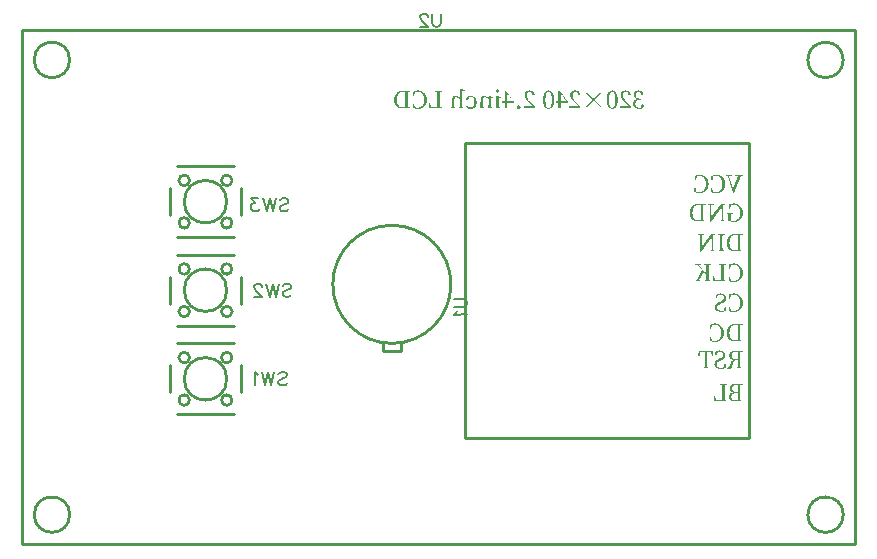
<source format=gbo>
G04 Layer: BottomSilkscreenLayer*
G04 EasyEDA v6.5.48, 2025-02-15 11:51:11*
G04 2cfd3feb97a147399bdab27a3ee501b3,839f2ca7e4414f50b7487098226930c6,10*
G04 Gerber Generator version 0.2*
G04 Scale: 100 percent, Rotated: No, Reflected: No *
G04 Dimensions in millimeters *
G04 leading zeros omitted , absolute positions ,4 integer and 5 decimal *
%FSLAX45Y45*%
%MOMM*%

%ADD10C,0.1524*%
%ADD11C,0.2540*%

%LPD*%
G36*
X3159658Y3454196D02*
G01*
X3156813Y3452672D01*
X3157372Y3420922D01*
X3157372Y3377234D01*
X3153003Y3381705D01*
X3148330Y3385718D01*
X3143402Y3389274D01*
X3138271Y3392322D01*
X3132988Y3394760D01*
X3127603Y3396538D01*
X3122168Y3397656D01*
X3116681Y3398062D01*
X3110077Y3397504D01*
X3104286Y3395827D01*
X3099358Y3392881D01*
X3095294Y3388664D01*
X3092145Y3383127D01*
X3089859Y3376066D01*
X3088487Y3367532D01*
X3087979Y3357422D01*
X3087725Y3299002D01*
X3072231Y3296462D01*
X3072231Y3289604D01*
X3123336Y3289604D01*
X3123336Y3296462D01*
X3106775Y3299002D01*
X3106470Y3317849D01*
X3106318Y3357168D01*
X3106572Y3364128D01*
X3107436Y3369919D01*
X3108909Y3374593D01*
X3110941Y3378250D01*
X3113582Y3380943D01*
X3116783Y3382721D01*
X3120644Y3383737D01*
X3125063Y3384092D01*
X3132632Y3383330D01*
X3140202Y3380892D01*
X3148177Y3376371D01*
X3156813Y3369360D01*
X3156559Y3299002D01*
X3141065Y3296462D01*
X3141065Y3289604D01*
X3192424Y3289604D01*
X3192424Y3296462D01*
X3175609Y3299002D01*
X3175152Y3327704D01*
X3175152Y3436416D01*
X3193440Y3438194D01*
X3193440Y3444798D01*
G37*
G36*
X3473297Y3450894D02*
G01*
X3467862Y3449929D01*
X3463340Y3447186D01*
X3460242Y3442970D01*
X3459124Y3437432D01*
X3460242Y3431794D01*
X3463340Y3427374D01*
X3467862Y3424478D01*
X3473297Y3423462D01*
X3479037Y3424478D01*
X3483610Y3427374D01*
X3486658Y3431794D01*
X3487775Y3437432D01*
X3486658Y3442970D01*
X3483610Y3447186D01*
X3479037Y3449929D01*
G37*
G36*
X2798927Y3442004D02*
G01*
X2788920Y3441446D01*
X2783636Y3440734D01*
X2778302Y3439668D01*
X2772918Y3438194D01*
X2767431Y3436315D01*
X2761996Y3433927D01*
X2756509Y3431082D01*
X2756052Y3398316D01*
X2768193Y3398316D01*
X2773781Y3426764D01*
X2779522Y3429254D01*
X2785211Y3430981D01*
X2790850Y3431997D01*
X2796438Y3432352D01*
X2802077Y3432048D01*
X2807614Y3431235D01*
X2812897Y3429863D01*
X2817977Y3427933D01*
X2822803Y3425444D01*
X2827375Y3422446D01*
X2831592Y3418941D01*
X2835503Y3414877D01*
X2839059Y3410305D01*
X2842209Y3405225D01*
X2844952Y3399637D01*
X2847238Y3393541D01*
X2849067Y3386937D01*
X2850438Y3379876D01*
X2851251Y3372307D01*
X2851556Y3364280D01*
X2851251Y3356152D01*
X2850489Y3348532D01*
X2849270Y3341370D01*
X2847543Y3334765D01*
X2845358Y3328670D01*
X2842768Y3323082D01*
X2839770Y3318001D01*
X2836367Y3313480D01*
X2832557Y3309467D01*
X2828442Y3305962D01*
X2823972Y3302965D01*
X2819146Y3300526D01*
X2814066Y3298647D01*
X2808681Y3297275D01*
X2803042Y3296462D01*
X2797200Y3296208D01*
X2790952Y3296462D01*
X2784551Y3297326D01*
X2778150Y3299002D01*
X2771800Y3301542D01*
X2766161Y3329736D01*
X2754020Y3329736D01*
X2754477Y3297224D01*
X2759710Y3294532D01*
X2764993Y3292297D01*
X2770378Y3290417D01*
X2775864Y3288893D01*
X2781452Y3287725D01*
X2787192Y3286912D01*
X2793034Y3286455D01*
X2798927Y3286302D01*
X2805582Y3286506D01*
X2811983Y3287217D01*
X2818130Y3288385D01*
X2824073Y3289960D01*
X2829712Y3291941D01*
X2835097Y3294329D01*
X2840177Y3297174D01*
X2844952Y3300374D01*
X2849372Y3303930D01*
X2853537Y3307842D01*
X2857347Y3312109D01*
X2860802Y3316732D01*
X2863900Y3321659D01*
X2866593Y3326942D01*
X2868930Y3332479D01*
X2870860Y3338322D01*
X2872384Y3344418D01*
X2873502Y3350768D01*
X2874162Y3357422D01*
X2874365Y3364280D01*
X2874162Y3370986D01*
X2873451Y3377488D01*
X2872282Y3383787D01*
X2870708Y3389833D01*
X2868726Y3395573D01*
X2866288Y3401110D01*
X2863494Y3406343D01*
X2860344Y3411270D01*
X2856839Y3415893D01*
X2852978Y3420160D01*
X2848762Y3424123D01*
X2844292Y3427729D01*
X2839466Y3430930D01*
X2834386Y3433775D01*
X2829052Y3436264D01*
X2823464Y3438296D01*
X2817672Y3439871D01*
X2811627Y3441039D01*
X2805379Y3441750D01*
G37*
G36*
X4666640Y3441496D02*
G01*
X4660341Y3441192D01*
X4654499Y3440328D01*
X4649114Y3438906D01*
X4644186Y3436924D01*
X4639716Y3434435D01*
X4635804Y3431489D01*
X4632452Y3428136D01*
X4629607Y3424275D01*
X4627372Y3420059D01*
X4625797Y3415436D01*
X4624781Y3410458D01*
X4624425Y3405174D01*
X4624984Y3398926D01*
X4626508Y3393084D01*
X4629048Y3387648D01*
X4632604Y3382670D01*
X4637074Y3378200D01*
X4642459Y3374288D01*
X4648758Y3370986D01*
X4655972Y3368344D01*
X4650028Y3366973D01*
X4644644Y3365246D01*
X4639818Y3363061D01*
X4635550Y3360572D01*
X4631791Y3357676D01*
X4628591Y3354476D01*
X4625898Y3350920D01*
X4623714Y3347059D01*
X4622038Y3342944D01*
X4620818Y3338525D01*
X4620107Y3333851D01*
X4619904Y3328974D01*
X4620310Y3323031D01*
X4621479Y3317392D01*
X4623460Y3312109D01*
X4626203Y3307181D01*
X4629556Y3302711D01*
X4633620Y3298748D01*
X4638294Y3295243D01*
X4643526Y3292297D01*
X4649368Y3289960D01*
X4655667Y3288233D01*
X4662424Y3287166D01*
X4669688Y3286810D01*
X4677664Y3287268D01*
X4685080Y3288588D01*
X4691786Y3290874D01*
X4697780Y3294176D01*
X4702860Y3298444D01*
X4707077Y3303727D01*
X4710226Y3310077D01*
X4712309Y3317544D01*
X4710226Y3320796D01*
X4707737Y3322980D01*
X4704791Y3324250D01*
X4701438Y3324656D01*
X4697018Y3323793D01*
X4693818Y3321202D01*
X4691329Y3316732D01*
X4689195Y3310178D01*
X4685690Y3296970D01*
X4678984Y3295599D01*
X4672736Y3295192D01*
X4665167Y3295853D01*
X4658461Y3297732D01*
X4652721Y3300729D01*
X4647946Y3304794D01*
X4644186Y3309823D01*
X4641443Y3315665D01*
X4639767Y3322218D01*
X4639208Y3329482D01*
X4639716Y3336848D01*
X4641342Y3343452D01*
X4644085Y3349193D01*
X4647895Y3354070D01*
X4652772Y3357981D01*
X4658664Y3360877D01*
X4665675Y3362655D01*
X4673752Y3363264D01*
X4684420Y3363264D01*
X4684420Y3373170D01*
X4675784Y3373170D01*
X4668621Y3373678D01*
X4662220Y3375202D01*
X4656632Y3377742D01*
X4651959Y3381248D01*
X4648250Y3385616D01*
X4645507Y3390950D01*
X4643831Y3397148D01*
X4643272Y3404158D01*
X4643729Y3410712D01*
X4645101Y3416452D01*
X4647387Y3421379D01*
X4650486Y3425444D01*
X4654397Y3428644D01*
X4659122Y3430981D01*
X4664557Y3432352D01*
X4670704Y3432860D01*
X4675784Y3432606D01*
X4681575Y3431590D01*
X4685131Y3418636D01*
X4687214Y3412642D01*
X4689805Y3408476D01*
X4693208Y3405987D01*
X4697831Y3405174D01*
X4701133Y3405581D01*
X4704029Y3406901D01*
X4706416Y3409340D01*
X4708245Y3413048D01*
X4706162Y3419805D01*
X4702911Y3425647D01*
X4698644Y3430524D01*
X4693513Y3434486D01*
X4687671Y3437585D01*
X4681118Y3439769D01*
X4674057Y3441039D01*
G37*
G36*
X4555845Y3441496D02*
G01*
X4549038Y3441141D01*
X4542840Y3440176D01*
X4537252Y3438601D01*
X4532325Y3436416D01*
X4528007Y3433673D01*
X4524298Y3430473D01*
X4521149Y3426764D01*
X4518660Y3422599D01*
X4516678Y3418027D01*
X4515307Y3413048D01*
X4514494Y3407765D01*
X4514240Y3402126D01*
X4514443Y3397402D01*
X4515205Y3392779D01*
X4516526Y3388207D01*
X4518406Y3383534D01*
X4520946Y3378758D01*
X4524095Y3373780D01*
X4527956Y3368446D01*
X4532528Y3362655D01*
X4544060Y3349599D01*
X4558893Y3333800D01*
X4585309Y3306876D01*
X4508093Y3306876D01*
X4508093Y3289604D01*
X4599584Y3289604D01*
X4599584Y3303320D01*
X4565802Y3341674D01*
X4555845Y3353409D01*
X4547768Y3364077D01*
X4541570Y3373932D01*
X4539183Y3378657D01*
X4537202Y3383279D01*
X4535678Y3387750D01*
X4534611Y3392220D01*
X4534001Y3396640D01*
X4533747Y3401110D01*
X4534255Y3407918D01*
X4535678Y3414115D01*
X4538014Y3419500D01*
X4541164Y3424123D01*
X4545076Y3427831D01*
X4549749Y3430574D01*
X4555032Y3432251D01*
X4560925Y3432860D01*
X4566462Y3432454D01*
X4573168Y3431336D01*
X4577486Y3415080D01*
X4579772Y3408578D01*
X4582515Y3404260D01*
X4585766Y3401872D01*
X4589627Y3401110D01*
X4593082Y3401618D01*
X4596079Y3402990D01*
X4598568Y3405174D01*
X4600600Y3407968D01*
X4599482Y3413302D01*
X4597755Y3418179D01*
X4595418Y3422599D01*
X4592523Y3426561D01*
X4589170Y3430066D01*
X4585360Y3433114D01*
X4581144Y3435654D01*
X4576622Y3437737D01*
X4571746Y3439414D01*
X4566666Y3440531D01*
X4561332Y3441242D01*
G37*
G36*
X4442815Y3441496D02*
G01*
X4438446Y3441242D01*
X4434128Y3440480D01*
X4429861Y3439210D01*
X4425696Y3437382D01*
X4421682Y3434994D01*
X4417872Y3432048D01*
X4414215Y3428441D01*
X4410811Y3424224D01*
X4407712Y3419398D01*
X4404918Y3413861D01*
X4402429Y3407613D01*
X4400346Y3400653D01*
X4398670Y3392982D01*
X4397400Y3384550D01*
X4396638Y3375304D01*
X4396384Y3365296D01*
X4416450Y3365296D01*
X4416704Y3377793D01*
X4417415Y3388766D01*
X4418634Y3398316D01*
X4420209Y3406444D01*
X4422190Y3413302D01*
X4424476Y3418941D01*
X4427067Y3423462D01*
X4429912Y3427018D01*
X4432909Y3429558D01*
X4436110Y3431336D01*
X4439462Y3432301D01*
X4442815Y3432606D01*
X4446371Y3432301D01*
X4449775Y3431336D01*
X4453077Y3429558D01*
X4456226Y3427018D01*
X4459122Y3423462D01*
X4461764Y3418941D01*
X4464100Y3413302D01*
X4466132Y3406444D01*
X4467758Y3398316D01*
X4468977Y3388766D01*
X4469739Y3377793D01*
X4469993Y3365296D01*
X4469892Y3355340D01*
X4469434Y3346297D01*
X4468723Y3338169D01*
X4467758Y3330854D01*
X4466590Y3324351D01*
X4465167Y3318662D01*
X4463542Y3313684D01*
X4461764Y3309365D01*
X4459782Y3305708D01*
X4457700Y3302711D01*
X4455464Y3300222D01*
X4453077Y3298291D01*
X4450638Y3296869D01*
X4448098Y3295904D01*
X4445508Y3295345D01*
X4442815Y3295192D01*
X4439462Y3295497D01*
X4436110Y3296513D01*
X4432909Y3298342D01*
X4429912Y3301034D01*
X4427067Y3304743D01*
X4424476Y3309467D01*
X4422190Y3315360D01*
X4420209Y3322523D01*
X4418634Y3330956D01*
X4417415Y3340862D01*
X4416704Y3352292D01*
X4416450Y3365296D01*
X4396384Y3365296D01*
X4396638Y3354882D01*
X4397400Y3345332D01*
X4398670Y3336645D01*
X4400346Y3328720D01*
X4402429Y3321507D01*
X4404918Y3315106D01*
X4407712Y3309416D01*
X4410862Y3304438D01*
X4414215Y3300120D01*
X4417872Y3296412D01*
X4421682Y3293364D01*
X4425696Y3290976D01*
X4429861Y3289096D01*
X4434128Y3287826D01*
X4438446Y3287064D01*
X4442815Y3286810D01*
X4447286Y3287064D01*
X4451705Y3287826D01*
X4456023Y3289096D01*
X4460240Y3290976D01*
X4464304Y3293364D01*
X4468215Y3296412D01*
X4471873Y3300120D01*
X4475276Y3304438D01*
X4478426Y3309416D01*
X4481271Y3315106D01*
X4483760Y3321507D01*
X4485843Y3328720D01*
X4487519Y3336645D01*
X4488789Y3345332D01*
X4489551Y3354882D01*
X4489856Y3365296D01*
X4489551Y3375304D01*
X4488789Y3384550D01*
X4487519Y3392982D01*
X4485843Y3400653D01*
X4483760Y3407613D01*
X4481271Y3413861D01*
X4478426Y3419398D01*
X4475276Y3424224D01*
X4471873Y3428441D01*
X4468215Y3432048D01*
X4464304Y3434994D01*
X4460240Y3437382D01*
X4456023Y3439210D01*
X4451705Y3440480D01*
X4447286Y3441242D01*
G37*
G36*
X4129379Y3441496D02*
G01*
X4122572Y3441141D01*
X4116374Y3440176D01*
X4110837Y3438601D01*
X4105910Y3436416D01*
X4101642Y3433673D01*
X4097934Y3430473D01*
X4094835Y3426764D01*
X4092346Y3422599D01*
X4090415Y3418027D01*
X4089095Y3413048D01*
X4088282Y3407765D01*
X4087977Y3402126D01*
X4088231Y3397402D01*
X4088993Y3392779D01*
X4090314Y3388207D01*
X4092194Y3383534D01*
X4094734Y3378758D01*
X4097883Y3373780D01*
X4101744Y3368446D01*
X4106316Y3362655D01*
X4117848Y3349599D01*
X4132681Y3333800D01*
X4158843Y3306876D01*
X4081627Y3306876D01*
X4081627Y3289604D01*
X4173118Y3289604D01*
X4173118Y3303320D01*
X4139336Y3341674D01*
X4129481Y3353409D01*
X4121505Y3364077D01*
X4118203Y3369106D01*
X4115358Y3373932D01*
X4112920Y3378657D01*
X4110990Y3383279D01*
X4109465Y3387750D01*
X4108399Y3392220D01*
X4107789Y3396640D01*
X4107586Y3401110D01*
X4108043Y3407918D01*
X4109465Y3414115D01*
X4111751Y3419500D01*
X4114850Y3424123D01*
X4118762Y3427831D01*
X4123436Y3430574D01*
X4128770Y3432251D01*
X4134713Y3432860D01*
X4140250Y3432454D01*
X4146702Y3431336D01*
X4151274Y3415080D01*
X4153408Y3408578D01*
X4156100Y3404260D01*
X4159453Y3401872D01*
X4163415Y3401110D01*
X4166717Y3401618D01*
X4169613Y3402990D01*
X4172102Y3405174D01*
X4174134Y3407968D01*
X4173016Y3413302D01*
X4171289Y3418179D01*
X4168952Y3422599D01*
X4166057Y3426561D01*
X4162704Y3430066D01*
X4158894Y3433114D01*
X4154678Y3435654D01*
X4150156Y3437737D01*
X4145279Y3439414D01*
X4140200Y3440531D01*
X4134865Y3441242D01*
G37*
G36*
X3904843Y3441496D02*
G01*
X3900474Y3441242D01*
X3896156Y3440480D01*
X3891940Y3439210D01*
X3887774Y3437382D01*
X3883812Y3434994D01*
X3879951Y3432048D01*
X3876344Y3428441D01*
X3872992Y3424224D01*
X3869893Y3419398D01*
X3867099Y3413861D01*
X3864660Y3407613D01*
X3862578Y3400653D01*
X3860901Y3392982D01*
X3859682Y3384550D01*
X3858920Y3375304D01*
X3858615Y3365296D01*
X3878427Y3365296D01*
X3878732Y3377793D01*
X3879494Y3388766D01*
X3880662Y3398316D01*
X3882288Y3406444D01*
X3884320Y3413302D01*
X3886606Y3418941D01*
X3889197Y3423462D01*
X3892042Y3427018D01*
X3895039Y3429558D01*
X3898239Y3431336D01*
X3901541Y3432301D01*
X3904843Y3432606D01*
X3908399Y3432301D01*
X3911803Y3431336D01*
X3915105Y3429558D01*
X3918254Y3427018D01*
X3921150Y3423462D01*
X3923792Y3418941D01*
X3926128Y3413302D01*
X3928160Y3406444D01*
X3929786Y3398316D01*
X3931005Y3388766D01*
X3931767Y3377793D01*
X3932072Y3365296D01*
X3931920Y3355340D01*
X3931462Y3346297D01*
X3930751Y3338169D01*
X3929786Y3330854D01*
X3928618Y3324351D01*
X3927195Y3318662D01*
X3925570Y3313684D01*
X3923792Y3309365D01*
X3921810Y3305708D01*
X3919728Y3302711D01*
X3917492Y3300222D01*
X3915105Y3298291D01*
X3912666Y3296869D01*
X3910126Y3295904D01*
X3907536Y3295345D01*
X3904843Y3295192D01*
X3901541Y3295497D01*
X3898239Y3296513D01*
X3895039Y3298342D01*
X3892042Y3301034D01*
X3889197Y3304743D01*
X3886606Y3309467D01*
X3884320Y3315360D01*
X3882288Y3322523D01*
X3880662Y3330956D01*
X3879494Y3340862D01*
X3878732Y3352292D01*
X3878427Y3365296D01*
X3858615Y3365296D01*
X3858920Y3354882D01*
X3859682Y3345332D01*
X3860901Y3336645D01*
X3862578Y3328720D01*
X3864660Y3321507D01*
X3867099Y3315106D01*
X3869893Y3309416D01*
X3872992Y3304438D01*
X3876344Y3300120D01*
X3879951Y3296412D01*
X3883812Y3293364D01*
X3887774Y3290976D01*
X3891940Y3289096D01*
X3896156Y3287826D01*
X3900474Y3287064D01*
X3904843Y3286810D01*
X3909364Y3287064D01*
X3913835Y3287826D01*
X3918153Y3289096D01*
X3922369Y3290976D01*
X3926484Y3293364D01*
X3930345Y3296412D01*
X3934002Y3300120D01*
X3937406Y3304438D01*
X3940556Y3309416D01*
X3943350Y3315106D01*
X3945839Y3321507D01*
X3947922Y3328720D01*
X3949598Y3336645D01*
X3950817Y3345332D01*
X3951579Y3354882D01*
X3951884Y3365296D01*
X3951579Y3375304D01*
X3950817Y3384550D01*
X3949598Y3392982D01*
X3947922Y3400653D01*
X3945839Y3407613D01*
X3943350Y3413861D01*
X3940556Y3419398D01*
X3937406Y3424224D01*
X3934002Y3428441D01*
X3930345Y3432048D01*
X3926484Y3434994D01*
X3922369Y3437382D01*
X3918153Y3439210D01*
X3913835Y3440480D01*
X3909364Y3441242D01*
G37*
G36*
X3742791Y3441496D02*
G01*
X3735984Y3441141D01*
X3729786Y3440176D01*
X3724249Y3438601D01*
X3719322Y3436416D01*
X3715054Y3433673D01*
X3711346Y3430473D01*
X3708247Y3426764D01*
X3705758Y3422599D01*
X3703828Y3418027D01*
X3702507Y3413048D01*
X3701694Y3407765D01*
X3701440Y3402126D01*
X3701643Y3397402D01*
X3702405Y3392779D01*
X3703675Y3388207D01*
X3705555Y3383534D01*
X3708044Y3378758D01*
X3711194Y3373780D01*
X3715054Y3368446D01*
X3719626Y3362655D01*
X3731158Y3349599D01*
X3757472Y3322015D01*
X3772306Y3306876D01*
X3695090Y3306876D01*
X3695090Y3289604D01*
X3786479Y3289604D01*
X3786479Y3303320D01*
X3752697Y3341674D01*
X3742791Y3353409D01*
X3734714Y3364077D01*
X3728516Y3373932D01*
X3726129Y3378657D01*
X3724148Y3383279D01*
X3722624Y3387750D01*
X3721557Y3392220D01*
X3720947Y3396640D01*
X3720693Y3401110D01*
X3721201Y3407918D01*
X3722624Y3414115D01*
X3724960Y3419500D01*
X3728161Y3424123D01*
X3732123Y3427831D01*
X3736797Y3430574D01*
X3742182Y3432251D01*
X3748125Y3432860D01*
X3753459Y3432454D01*
X3760063Y3431336D01*
X3764381Y3415080D01*
X3766718Y3408578D01*
X3769461Y3404260D01*
X3772712Y3401872D01*
X3776624Y3401110D01*
X3780028Y3401618D01*
X3783025Y3402990D01*
X3785514Y3405174D01*
X3787495Y3407968D01*
X3786428Y3413302D01*
X3784701Y3418179D01*
X3782364Y3422599D01*
X3779469Y3426561D01*
X3776116Y3430066D01*
X3772306Y3433114D01*
X3768090Y3435654D01*
X3763568Y3437737D01*
X3758692Y3439414D01*
X3753612Y3440531D01*
X3748278Y3441242D01*
G37*
G36*
X3988206Y3440734D02*
G01*
X3988206Y3419906D01*
X4006240Y3419906D01*
X4055211Y3349040D01*
X4006240Y3349040D01*
X4006240Y3419906D01*
X3988206Y3419906D01*
X3988206Y3349040D01*
X3964584Y3349040D01*
X3964584Y3335832D01*
X3988206Y3335832D01*
X3988206Y3289604D01*
X4006240Y3289604D01*
X4006240Y3335832D01*
X4066438Y3335832D01*
X4066438Y3346754D01*
X4000652Y3440734D01*
G37*
G36*
X3534765Y3440734D02*
G01*
X3534765Y3419906D01*
X3552545Y3419906D01*
X3601872Y3349040D01*
X3552545Y3349040D01*
X3552545Y3419906D01*
X3534765Y3419906D01*
X3534765Y3349040D01*
X3511143Y3349040D01*
X3511143Y3335832D01*
X3534765Y3335832D01*
X3534765Y3289604D01*
X3552545Y3289604D01*
X3552545Y3335832D01*
X3612997Y3335832D01*
X3612997Y3346754D01*
X3547008Y3440734D01*
G37*
G36*
X2940456Y3438448D02*
G01*
X2940456Y3430828D01*
X2961538Y3428542D01*
X2961741Y3399180D01*
X2961538Y3299256D01*
X2910179Y3299256D01*
X2902813Y3331514D01*
X2891434Y3331514D01*
X2892958Y3289604D01*
X3003397Y3289604D01*
X3003397Y3297224D01*
X2982620Y3299510D01*
X2982214Y3321659D01*
X2982061Y3369360D01*
X2982214Y3406597D01*
X2982620Y3428542D01*
X3003397Y3430828D01*
X3003397Y3438448D01*
G37*
G36*
X2669895Y3438448D02*
G01*
X2663494Y3438245D01*
X2657348Y3437636D01*
X2651404Y3436670D01*
X2645714Y3435299D01*
X2640279Y3433572D01*
X2635148Y3431438D01*
X2630271Y3428949D01*
X2625699Y3426053D01*
X2621381Y3422853D01*
X2617419Y3419246D01*
X2613812Y3415284D01*
X2610510Y3410965D01*
X2607564Y3406292D01*
X2604973Y3401263D01*
X2602738Y3395878D01*
X2600909Y3390188D01*
X2599436Y3384143D01*
X2598369Y3377742D01*
X2597759Y3371037D01*
X2597556Y3364026D01*
X2620670Y3364026D01*
X2620873Y3371850D01*
X2621534Y3379165D01*
X2622600Y3386023D01*
X2624124Y3392424D01*
X2626106Y3398316D01*
X2628442Y3403701D01*
X2631236Y3408578D01*
X2634386Y3412998D01*
X2637942Y3416909D01*
X2641904Y3420313D01*
X2646273Y3423208D01*
X2650947Y3425545D01*
X2656078Y3427425D01*
X2661513Y3428746D01*
X2667304Y3429508D01*
X2673502Y3429812D01*
X2692806Y3429812D01*
X2693212Y3399790D01*
X2693162Y3321253D01*
X2692806Y3298494D01*
X2675229Y3298494D01*
X2668778Y3298748D01*
X2662682Y3299612D01*
X2656992Y3300984D01*
X2651709Y3302914D01*
X2646832Y3305352D01*
X2642362Y3308299D01*
X2638298Y3311753D01*
X2634640Y3315715D01*
X2631389Y3320186D01*
X2628544Y3325063D01*
X2626156Y3330448D01*
X2624175Y3336290D01*
X2622651Y3342589D01*
X2621534Y3349294D01*
X2620873Y3356457D01*
X2620670Y3364026D01*
X2597556Y3364026D01*
X2597759Y3357016D01*
X2598470Y3350310D01*
X2599639Y3343960D01*
X2601214Y3337915D01*
X2603246Y3332226D01*
X2605633Y3326892D01*
X2608478Y3321862D01*
X2611628Y3317189D01*
X2615184Y3312871D01*
X2619095Y3308908D01*
X2623312Y3305301D01*
X2627884Y3302050D01*
X2632710Y3299155D01*
X2637891Y3296665D01*
X2643276Y3294481D01*
X2648966Y3292754D01*
X2654909Y3291382D01*
X2661056Y3290366D01*
X2667406Y3289808D01*
X2673959Y3289604D01*
X2734665Y3289604D01*
X2734665Y3297224D01*
X2713888Y3299510D01*
X2713634Y3329330D01*
X2713685Y3406444D01*
X2713888Y3428542D01*
X2734665Y3430828D01*
X2734665Y3438448D01*
G37*
G36*
X4229709Y3426764D02*
G01*
X4223359Y3420160D01*
X4279290Y3364280D01*
X4223613Y3308654D01*
X4229963Y3302304D01*
X4285640Y3357930D01*
X4341520Y3302304D01*
X4347870Y3308654D01*
X4292193Y3364280D01*
X4348124Y3420160D01*
X4341520Y3426764D01*
X4285640Y3370884D01*
G37*
G36*
X3356965Y3398062D02*
G01*
X3350310Y3397504D01*
X3344519Y3395776D01*
X3339642Y3392830D01*
X3335629Y3388614D01*
X3332530Y3383076D01*
X3330295Y3376066D01*
X3328974Y3367633D01*
X3328568Y3357676D01*
X3328517Y3327552D01*
X3328009Y3299002D01*
X3312261Y3296462D01*
X3312261Y3289604D01*
X3363620Y3289604D01*
X3363620Y3296462D01*
X3347059Y3299002D01*
X3346856Y3317849D01*
X3346856Y3357168D01*
X3347110Y3364077D01*
X3347872Y3369818D01*
X3349193Y3374491D01*
X3351123Y3378149D01*
X3353663Y3380841D01*
X3356813Y3382670D01*
X3360623Y3383737D01*
X3365093Y3384092D01*
X3372662Y3383229D01*
X3380181Y3380638D01*
X3388004Y3376066D01*
X3396386Y3369360D01*
X3396335Y3327704D01*
X3395827Y3299002D01*
X3380384Y3296462D01*
X3380384Y3289604D01*
X3431641Y3289604D01*
X3431641Y3296462D01*
X3415131Y3299002D01*
X3414877Y3336340D01*
X3415131Y3370681D01*
X3415436Y3377234D01*
X3433165Y3379012D01*
X3433165Y3385616D01*
X3401720Y3397808D01*
X3398672Y3395776D01*
X3396843Y3377488D01*
X3392424Y3382010D01*
X3387750Y3386074D01*
X3382822Y3389579D01*
X3377793Y3392525D01*
X3372612Y3394913D01*
X3367379Y3396640D01*
X3362198Y3397707D01*
G37*
G36*
X3244240Y3398062D02*
G01*
X3237077Y3397504D01*
X3230321Y3395929D01*
X3224123Y3393389D01*
X3218586Y3390036D01*
X3213811Y3385870D01*
X3209950Y3380994D01*
X3207105Y3375558D01*
X3205327Y3369614D01*
X3206648Y3366058D01*
X3208629Y3363518D01*
X3211423Y3361994D01*
X3214979Y3361486D01*
X3219704Y3362198D01*
X3223158Y3364280D01*
X3225546Y3367582D01*
X3226968Y3371900D01*
X3230981Y3387648D01*
X3237382Y3389122D01*
X3243224Y3389680D01*
X3248152Y3389325D01*
X3252774Y3388309D01*
X3257092Y3386582D01*
X3261055Y3384245D01*
X3264662Y3381248D01*
X3267811Y3377641D01*
X3270605Y3373475D01*
X3272942Y3368649D01*
X3274771Y3363315D01*
X3276142Y3357372D01*
X3276955Y3350920D01*
X3277209Y3343960D01*
X3276904Y3337102D01*
X3275990Y3330752D01*
X3274466Y3324961D01*
X3272434Y3319729D01*
X3269843Y3315055D01*
X3266795Y3310940D01*
X3263341Y3307435D01*
X3259429Y3304489D01*
X3255162Y3302254D01*
X3250539Y3300577D01*
X3245612Y3299561D01*
X3240379Y3299256D01*
X3235706Y3299510D01*
X3231184Y3300374D01*
X3226917Y3301746D01*
X3222802Y3303625D01*
X3218992Y3306013D01*
X3215487Y3308908D01*
X3212287Y3312210D01*
X3209391Y3316020D01*
X3204870Y3313988D01*
X3207664Y3307842D01*
X3211169Y3302457D01*
X3215335Y3297783D01*
X3220212Y3293922D01*
X3225749Y3290824D01*
X3231896Y3288639D01*
X3238754Y3287268D01*
X3246272Y3286810D01*
X3251758Y3287064D01*
X3256991Y3287776D01*
X3261969Y3288995D01*
X3266694Y3290671D01*
X3271113Y3292754D01*
X3275228Y3295345D01*
X3279038Y3298291D01*
X3282492Y3301695D01*
X3285591Y3305454D01*
X3288334Y3309620D01*
X3290722Y3314141D01*
X3292703Y3319068D01*
X3294227Y3324301D01*
X3295345Y3329838D01*
X3296056Y3335731D01*
X3296259Y3341928D01*
X3296005Y3348380D01*
X3295142Y3354476D01*
X3293821Y3360216D01*
X3291992Y3365601D01*
X3289706Y3370579D01*
X3286963Y3375202D01*
X3283864Y3379419D01*
X3280460Y3383229D01*
X3276701Y3386632D01*
X3272637Y3389579D01*
X3268319Y3392119D01*
X3263798Y3394252D01*
X3259124Y3395878D01*
X3254248Y3397097D01*
X3249269Y3397808D01*
G37*
G36*
X3466693Y3397808D02*
G01*
X3463645Y3395776D01*
X3463950Y3366312D01*
X3463645Y3299002D01*
X3448456Y3296462D01*
X3448456Y3289604D01*
X3499459Y3289604D01*
X3499459Y3296462D01*
X3482441Y3299002D01*
X3482136Y3318052D01*
X3481984Y3356508D01*
X3482695Y3377488D01*
X3500729Y3379266D01*
X3500729Y3385870D01*
G37*
G36*
X3652672Y3317036D02*
G01*
X3646627Y3315817D01*
X3641801Y3312515D01*
X3638550Y3307587D01*
X3637381Y3301542D01*
X3638550Y3295904D01*
X3641801Y3291230D01*
X3646627Y3287979D01*
X3652672Y3286810D01*
X3658412Y3287979D01*
X3663187Y3291230D01*
X3666439Y3295904D01*
X3667658Y3301542D01*
X3666439Y3307587D01*
X3663187Y3312515D01*
X3658412Y3315817D01*
G37*
G36*
X5324703Y2728772D02*
G01*
X5319776Y2728671D01*
X5314645Y2728264D01*
X5309412Y2727553D01*
X5304078Y2726486D01*
X5298694Y2725013D01*
X5293207Y2723134D01*
X5287772Y2720746D01*
X5282285Y2717850D01*
X5281777Y2685084D01*
X5293969Y2685084D01*
X5299557Y2713532D01*
X5305298Y2716022D01*
X5310987Y2717749D01*
X5316626Y2718816D01*
X5322163Y2719120D01*
X5327853Y2718866D01*
X5333390Y2718003D01*
X5338673Y2716631D01*
X5343753Y2714701D01*
X5348579Y2712262D01*
X5353151Y2709265D01*
X5357368Y2705709D01*
X5361279Y2701696D01*
X5364835Y2697124D01*
X5367985Y2692044D01*
X5370728Y2686456D01*
X5373014Y2680360D01*
X5374843Y2673756D01*
X5376214Y2666695D01*
X5377027Y2659126D01*
X5377281Y2651048D01*
X5377027Y2642920D01*
X5376265Y2635300D01*
X5375046Y2628188D01*
X5373319Y2621584D01*
X5371134Y2615488D01*
X5368544Y2609900D01*
X5365546Y2604820D01*
X5362143Y2600248D01*
X5358333Y2596235D01*
X5354218Y2592730D01*
X5349748Y2589784D01*
X5344922Y2587345D01*
X5339842Y2585466D01*
X5334457Y2584094D01*
X5328818Y2583281D01*
X5322925Y2582976D01*
X5316728Y2583230D01*
X5310327Y2584145D01*
X5303926Y2585770D01*
X5297525Y2588310D01*
X5291937Y2616504D01*
X5279745Y2616504D01*
X5280253Y2583992D01*
X5285486Y2581351D01*
X5290769Y2579065D01*
X5296154Y2577185D01*
X5301640Y2575712D01*
X5307228Y2574544D01*
X5312968Y2573731D01*
X5318760Y2573223D01*
X5324703Y2573070D01*
X5331358Y2573324D01*
X5337759Y2574036D01*
X5343906Y2575153D01*
X5349849Y2576728D01*
X5355488Y2578709D01*
X5360822Y2581148D01*
X5365902Y2583942D01*
X5370677Y2587142D01*
X5375148Y2590698D01*
X5379313Y2594660D01*
X5383123Y2598928D01*
X5386578Y2603550D01*
X5389626Y2608478D01*
X5392369Y2613710D01*
X5394706Y2619248D01*
X5396636Y2625090D01*
X5398160Y2631236D01*
X5399278Y2637586D01*
X5399938Y2644190D01*
X5400141Y2651048D01*
X5399938Y2657805D01*
X5399227Y2664307D01*
X5398058Y2670556D01*
X5396484Y2676601D01*
X5394502Y2682392D01*
X5392064Y2687878D01*
X5389270Y2693111D01*
X5386120Y2698038D01*
X5382615Y2702661D01*
X5378754Y2706979D01*
X5374538Y2710942D01*
X5370017Y2714548D01*
X5365242Y2717749D01*
X5360162Y2720594D01*
X5354828Y2723032D01*
X5349240Y2725064D01*
X5343448Y2726690D01*
X5337403Y2727858D01*
X5331155Y2728569D01*
G37*
G36*
X5183987Y2728772D02*
G01*
X5179161Y2728671D01*
X5174081Y2728264D01*
X5168900Y2727553D01*
X5163566Y2726486D01*
X5158130Y2725013D01*
X5152644Y2723134D01*
X5147106Y2720746D01*
X5141569Y2717850D01*
X5141061Y2685084D01*
X5153253Y2685084D01*
X5158841Y2713532D01*
X5164582Y2716022D01*
X5170271Y2717749D01*
X5176012Y2718816D01*
X5181701Y2719120D01*
X5187340Y2718866D01*
X5192826Y2718003D01*
X5198110Y2716631D01*
X5203139Y2714701D01*
X5207965Y2712262D01*
X5212486Y2709265D01*
X5216702Y2705709D01*
X5220563Y2701696D01*
X5224119Y2697124D01*
X5227269Y2692044D01*
X5230012Y2686456D01*
X5232298Y2680360D01*
X5234127Y2673756D01*
X5235498Y2666695D01*
X5236311Y2659126D01*
X5236565Y2651048D01*
X5236311Y2642920D01*
X5235549Y2635300D01*
X5234330Y2628188D01*
X5232603Y2621584D01*
X5230418Y2615488D01*
X5227828Y2609900D01*
X5224830Y2604820D01*
X5221427Y2600248D01*
X5217668Y2596235D01*
X5213553Y2592730D01*
X5209082Y2589784D01*
X5204307Y2587345D01*
X5199278Y2585466D01*
X5193944Y2584094D01*
X5188305Y2583281D01*
X5182463Y2582976D01*
X5176164Y2583230D01*
X5169763Y2584145D01*
X5163312Y2585770D01*
X5156809Y2588310D01*
X5151221Y2616504D01*
X5139029Y2616504D01*
X5139537Y2583992D01*
X5144770Y2581351D01*
X5150053Y2579065D01*
X5155488Y2577185D01*
X5161026Y2575712D01*
X5166664Y2574544D01*
X5172354Y2573731D01*
X5178145Y2573223D01*
X5183987Y2573070D01*
X5190642Y2573324D01*
X5197043Y2574036D01*
X5203240Y2575153D01*
X5209133Y2576728D01*
X5214823Y2578709D01*
X5220208Y2581148D01*
X5225288Y2583942D01*
X5230063Y2587142D01*
X5234533Y2590698D01*
X5238699Y2594660D01*
X5242509Y2598928D01*
X5246014Y2603550D01*
X5249113Y2608478D01*
X5251856Y2613710D01*
X5254193Y2619248D01*
X5256123Y2625090D01*
X5257698Y2631236D01*
X5258816Y2637586D01*
X5259476Y2644190D01*
X5259679Y2651048D01*
X5259476Y2657805D01*
X5258765Y2664307D01*
X5257596Y2670556D01*
X5256022Y2676601D01*
X5253990Y2682392D01*
X5251551Y2687878D01*
X5248757Y2693111D01*
X5245557Y2698038D01*
X5242001Y2702661D01*
X5238140Y2706979D01*
X5233924Y2710942D01*
X5229402Y2714548D01*
X5224627Y2717749D01*
X5219496Y2720594D01*
X5214162Y2723032D01*
X5208574Y2725064D01*
X5202732Y2726690D01*
X5196687Y2727858D01*
X5190439Y2728569D01*
G37*
G36*
X5402935Y2725216D02*
G01*
X5402935Y2717850D01*
X5422239Y2715056D01*
X5468975Y2574848D01*
X5478373Y2574848D01*
X5530189Y2715818D01*
X5547207Y2717596D01*
X5547207Y2725216D01*
X5486755Y2725216D01*
X5486755Y2716834D01*
X5508599Y2715056D01*
X5469483Y2603042D01*
X5433415Y2714802D01*
X5453989Y2716834D01*
X5453989Y2725216D01*
G37*
G36*
X5473395Y2484780D02*
G01*
X5466689Y2484628D01*
X5460339Y2484120D01*
X5454396Y2483256D01*
X5448808Y2482088D01*
X5443474Y2480564D01*
X5438444Y2478684D01*
X5433618Y2476449D01*
X5428945Y2473858D01*
X5428437Y2440838D01*
X5440629Y2440838D01*
X5445963Y2468524D01*
X5451957Y2471470D01*
X5458053Y2473553D01*
X5464454Y2474722D01*
X5471109Y2475128D01*
X5477002Y2474823D01*
X5482691Y2473960D01*
X5488076Y2472537D01*
X5493258Y2470556D01*
X5498084Y2468067D01*
X5502605Y2464968D01*
X5506821Y2461412D01*
X5510682Y2457297D01*
X5514136Y2452674D01*
X5517235Y2447594D01*
X5519877Y2442006D01*
X5522112Y2435910D01*
X5523890Y2429357D01*
X5525160Y2422398D01*
X5525973Y2414930D01*
X5526227Y2407056D01*
X5525973Y2399284D01*
X5525262Y2391867D01*
X5524042Y2384958D01*
X5522315Y2378405D01*
X5520182Y2372360D01*
X5517591Y2366772D01*
X5514594Y2361641D01*
X5511190Y2357018D01*
X5507380Y2352903D01*
X5503164Y2349296D01*
X5498592Y2346198D01*
X5493664Y2343607D01*
X5488381Y2341626D01*
X5482793Y2340152D01*
X5476849Y2339289D01*
X5470601Y2338984D01*
X5464098Y2339238D01*
X5457901Y2340000D01*
X5451805Y2341372D01*
X5445709Y2343302D01*
X5445963Y2393848D01*
X5469585Y2395626D01*
X5469585Y2403246D01*
X5411673Y2403246D01*
X5411673Y2395626D01*
X5425135Y2394356D01*
X5425490Y2373579D01*
X5425643Y2342032D01*
X5431434Y2339136D01*
X5437225Y2336596D01*
X5443016Y2334361D01*
X5448858Y2332532D01*
X5454853Y2331059D01*
X5461050Y2329942D01*
X5467451Y2329332D01*
X5474157Y2329078D01*
X5480761Y2329332D01*
X5487162Y2330043D01*
X5493258Y2331212D01*
X5499150Y2332786D01*
X5504789Y2334818D01*
X5510123Y2337308D01*
X5515203Y2340152D01*
X5519928Y2343353D01*
X5524398Y2346960D01*
X5528513Y2350922D01*
X5532323Y2355240D01*
X5535777Y2359863D01*
X5538825Y2364790D01*
X5541568Y2370074D01*
X5543905Y2375611D01*
X5545836Y2381402D01*
X5547360Y2387447D01*
X5548477Y2393746D01*
X5549138Y2400300D01*
X5549341Y2407056D01*
X5549138Y2413711D01*
X5548426Y2420162D01*
X5547309Y2426411D01*
X5545734Y2432405D01*
X5543753Y2438196D01*
X5541416Y2443683D01*
X5538622Y2448915D01*
X5535472Y2453843D01*
X5532018Y2458466D01*
X5528157Y2462784D01*
X5523941Y2466746D01*
X5519470Y2470353D01*
X5514644Y2473604D01*
X5509514Y2476500D01*
X5504129Y2478989D01*
X5498490Y2481021D01*
X5492546Y2482646D01*
X5486400Y2483815D01*
X5479999Y2484526D01*
G37*
G36*
X5253685Y2481224D02*
G01*
X5253685Y2473604D01*
X5272227Y2471064D01*
X5272481Y2330856D01*
X5280355Y2330856D01*
X5371287Y2455824D01*
X5370779Y2343048D01*
X5347157Y2340000D01*
X5347157Y2332380D01*
X5399735Y2332380D01*
X5399735Y2340000D01*
X5380939Y2342794D01*
X5380685Y2468778D01*
X5382717Y2471572D01*
X5398719Y2473604D01*
X5398719Y2481224D01*
X5364429Y2481224D01*
X5282133Y2367432D01*
X5282387Y2470810D01*
X5306263Y2473604D01*
X5306263Y2481224D01*
G37*
G36*
X5171897Y2481224D02*
G01*
X5165547Y2481021D01*
X5159400Y2480462D01*
X5153456Y2479446D01*
X5147818Y2478125D01*
X5142382Y2476347D01*
X5137251Y2474214D01*
X5132374Y2471724D01*
X5127752Y2468880D01*
X5123484Y2465628D01*
X5119522Y2462022D01*
X5115864Y2458059D01*
X5112562Y2453741D01*
X5109616Y2449068D01*
X5106974Y2444038D01*
X5104739Y2438704D01*
X5102910Y2432964D01*
X5101437Y2426919D01*
X5100370Y2420569D01*
X5099761Y2413863D01*
X5099507Y2406802D01*
X5122621Y2406802D01*
X5122875Y2414625D01*
X5123535Y2421940D01*
X5124653Y2428798D01*
X5126177Y2435199D01*
X5128158Y2441092D01*
X5130495Y2446477D01*
X5133289Y2451404D01*
X5136489Y2455824D01*
X5140045Y2459685D01*
X5144008Y2463088D01*
X5148376Y2465984D01*
X5153050Y2468372D01*
X5158130Y2470200D01*
X5163566Y2471521D01*
X5169357Y2472334D01*
X5175453Y2472588D01*
X5194757Y2472588D01*
X5195265Y2434996D01*
X5195062Y2356408D01*
X5194757Y2341270D01*
X5177485Y2341270D01*
X5171033Y2341575D01*
X5164937Y2342388D01*
X5159248Y2343759D01*
X5153914Y2345690D01*
X5149037Y2348128D01*
X5144516Y2351074D01*
X5140401Y2354580D01*
X5136743Y2358542D01*
X5133441Y2362962D01*
X5130596Y2367889D01*
X5128209Y2373274D01*
X5126228Y2379116D01*
X5124653Y2385364D01*
X5123535Y2392121D01*
X5122875Y2399233D01*
X5122621Y2406802D01*
X5099507Y2406802D01*
X5099761Y2399792D01*
X5100472Y2393137D01*
X5101640Y2386787D01*
X5103215Y2380742D01*
X5105247Y2375052D01*
X5107686Y2369667D01*
X5110480Y2364638D01*
X5113680Y2359964D01*
X5117287Y2355646D01*
X5121198Y2351684D01*
X5125415Y2348077D01*
X5129987Y2344826D01*
X5134813Y2341930D01*
X5139944Y2339441D01*
X5145379Y2337308D01*
X5151069Y2335530D01*
X5156962Y2334158D01*
X5163108Y2333193D01*
X5169458Y2332583D01*
X5175961Y2332380D01*
X5236667Y2332380D01*
X5236667Y2340000D01*
X5216093Y2342286D01*
X5215686Y2372156D01*
X5215636Y2434437D01*
X5216093Y2471318D01*
X5236667Y2473604D01*
X5236667Y2481224D01*
G37*
G36*
X5485333Y2227224D02*
G01*
X5478932Y2227021D01*
X5472785Y2226462D01*
X5466842Y2225446D01*
X5461152Y2224125D01*
X5455716Y2222347D01*
X5450535Y2220214D01*
X5445658Y2217724D01*
X5441086Y2214880D01*
X5436819Y2211628D01*
X5432856Y2208022D01*
X5429250Y2204059D01*
X5425948Y2199741D01*
X5423001Y2195068D01*
X5420360Y2190038D01*
X5418175Y2184704D01*
X5416296Y2178964D01*
X5414873Y2172919D01*
X5413806Y2166569D01*
X5413146Y2159863D01*
X5412943Y2152802D01*
X5436057Y2152802D01*
X5436311Y2160625D01*
X5436971Y2167940D01*
X5438038Y2174798D01*
X5439562Y2181199D01*
X5441543Y2187092D01*
X5443880Y2192477D01*
X5446623Y2197404D01*
X5449824Y2201824D01*
X5453380Y2205685D01*
X5457342Y2209088D01*
X5461660Y2211984D01*
X5466384Y2214372D01*
X5471464Y2216200D01*
X5476951Y2217521D01*
X5482742Y2218334D01*
X5488889Y2218588D01*
X5508193Y2218588D01*
X5508701Y2180996D01*
X5508498Y2102408D01*
X5508193Y2087270D01*
X5490667Y2087270D01*
X5484215Y2087575D01*
X5478119Y2088388D01*
X5472430Y2089759D01*
X5467146Y2091689D01*
X5462270Y2094128D01*
X5457748Y2097074D01*
X5453684Y2100580D01*
X5450027Y2104542D01*
X5446776Y2108962D01*
X5443982Y2113889D01*
X5441594Y2119274D01*
X5439613Y2125116D01*
X5438038Y2131364D01*
X5436971Y2138121D01*
X5436311Y2145233D01*
X5436057Y2152802D01*
X5412943Y2152802D01*
X5413197Y2145792D01*
X5413908Y2139137D01*
X5415026Y2132787D01*
X5416651Y2126742D01*
X5418632Y2121052D01*
X5421071Y2115667D01*
X5423865Y2110638D01*
X5427065Y2105964D01*
X5430621Y2101646D01*
X5434533Y2097684D01*
X5438749Y2094077D01*
X5443270Y2090826D01*
X5448147Y2087930D01*
X5453278Y2085441D01*
X5458714Y2083307D01*
X5464403Y2081530D01*
X5470296Y2080158D01*
X5476443Y2079193D01*
X5482844Y2078583D01*
X5489397Y2078380D01*
X5550103Y2078380D01*
X5550103Y2086000D01*
X5529275Y2088286D01*
X5529072Y2125878D01*
X5529072Y2195220D01*
X5529275Y2217318D01*
X5550103Y2219604D01*
X5550103Y2227224D01*
G37*
G36*
X5335981Y2227224D02*
G01*
X5335981Y2219604D01*
X5356555Y2217318D01*
X5356961Y2195423D01*
X5356961Y2110536D01*
X5356555Y2088540D01*
X5335981Y2086000D01*
X5335981Y2078380D01*
X5398465Y2078380D01*
X5398465Y2086000D01*
X5377637Y2088286D01*
X5377434Y2125014D01*
X5377434Y2195271D01*
X5377637Y2217318D01*
X5398465Y2219604D01*
X5398465Y2227224D01*
G37*
G36*
X5171389Y2227224D02*
G01*
X5171389Y2219604D01*
X5189931Y2217064D01*
X5190185Y2076856D01*
X5198059Y2076856D01*
X5288991Y2201824D01*
X5288483Y2089048D01*
X5264861Y2086000D01*
X5264861Y2078380D01*
X5317439Y2078380D01*
X5317439Y2086000D01*
X5298643Y2088794D01*
X5298389Y2214778D01*
X5300421Y2217572D01*
X5316423Y2219604D01*
X5316423Y2227224D01*
X5282133Y2227224D01*
X5199837Y2113432D01*
X5200091Y2216810D01*
X5223967Y2219604D01*
X5223967Y2227224D01*
G37*
G36*
X5473649Y1976780D02*
G01*
X5468772Y1976678D01*
X5463692Y1976272D01*
X5458460Y1975561D01*
X5453126Y1974494D01*
X5447690Y1973021D01*
X5442204Y1971090D01*
X5436717Y1968754D01*
X5431231Y1965858D01*
X5430723Y1933092D01*
X5442915Y1933092D01*
X5448503Y1961540D01*
X5454243Y1964029D01*
X5459933Y1965756D01*
X5465572Y1966823D01*
X5471109Y1967128D01*
X5476798Y1966874D01*
X5482336Y1966010D01*
X5487619Y1964639D01*
X5492699Y1962708D01*
X5497525Y1960270D01*
X5502046Y1957273D01*
X5506313Y1953717D01*
X5510225Y1949653D01*
X5513730Y1945081D01*
X5516880Y1940001D01*
X5519623Y1934413D01*
X5521960Y1928368D01*
X5523788Y1921764D01*
X5525109Y1914702D01*
X5525973Y1907133D01*
X5526227Y1899056D01*
X5525973Y1890928D01*
X5525211Y1883308D01*
X5523992Y1876196D01*
X5522264Y1869592D01*
X5520080Y1863445D01*
X5517489Y1857857D01*
X5514492Y1852828D01*
X5511088Y1848256D01*
X5507329Y1844243D01*
X5503214Y1840738D01*
X5498744Y1837791D01*
X5493969Y1835353D01*
X5488940Y1833422D01*
X5483555Y1832102D01*
X5477967Y1831289D01*
X5472125Y1830984D01*
X5465775Y1831238D01*
X5459323Y1832152D01*
X5452872Y1833778D01*
X5446471Y1836318D01*
X5440883Y1864512D01*
X5428691Y1864512D01*
X5429199Y1832000D01*
X5434431Y1829358D01*
X5439714Y1827072D01*
X5445150Y1825193D01*
X5450687Y1823669D01*
X5456275Y1822551D01*
X5462016Y1821738D01*
X5467807Y1821230D01*
X5473649Y1821078D01*
X5480304Y1821332D01*
X5486704Y1821992D01*
X5492902Y1823161D01*
X5498795Y1824736D01*
X5504434Y1826717D01*
X5509818Y1829155D01*
X5514949Y1831949D01*
X5519724Y1835150D01*
X5524195Y1838706D01*
X5528360Y1842668D01*
X5532170Y1846935D01*
X5535676Y1851558D01*
X5538774Y1856486D01*
X5541518Y1861718D01*
X5543854Y1867255D01*
X5545785Y1873097D01*
X5547360Y1879193D01*
X5548426Y1885594D01*
X5549138Y1892198D01*
X5549341Y1899056D01*
X5549138Y1905762D01*
X5548426Y1912264D01*
X5547258Y1918563D01*
X5545632Y1924608D01*
X5543651Y1930400D01*
X5541213Y1935886D01*
X5538419Y1941118D01*
X5535218Y1946046D01*
X5531662Y1950669D01*
X5527802Y1954987D01*
X5523585Y1958949D01*
X5519064Y1962505D01*
X5514238Y1965756D01*
X5509158Y1968601D01*
X5503824Y1971039D01*
X5498236Y1973072D01*
X5492394Y1974697D01*
X5486349Y1975815D01*
X5480100Y1976526D01*
G37*
G36*
X5346649Y1973224D02*
G01*
X5346649Y1965604D01*
X5367477Y1963318D01*
X5367985Y1926589D01*
X5367934Y1862734D01*
X5367477Y1834032D01*
X5316423Y1834032D01*
X5309057Y1866290D01*
X5297373Y1866290D01*
X5299151Y1824380D01*
X5409387Y1824380D01*
X5409387Y1832000D01*
X5388813Y1834286D01*
X5388356Y1871065D01*
X5388356Y1934006D01*
X5388813Y1963318D01*
X5409387Y1965604D01*
X5409387Y1973224D01*
G37*
G36*
X5147513Y1973224D02*
G01*
X5147513Y1965604D01*
X5168595Y1963064D01*
X5206441Y1917090D01*
X5160213Y1834032D01*
X5142941Y1832000D01*
X5142941Y1824380D01*
X5200091Y1824380D01*
X5200091Y1832000D01*
X5181549Y1834286D01*
X5218379Y1902612D01*
X5240477Y1875942D01*
X5240223Y1834540D01*
X5219141Y1832000D01*
X5219141Y1824380D01*
X5281371Y1824380D01*
X5281371Y1832000D01*
X5260797Y1834286D01*
X5260340Y1863648D01*
X5260340Y1926539D01*
X5260797Y1963318D01*
X5281371Y1965604D01*
X5281371Y1973224D01*
X5219141Y1973224D01*
X5219141Y1965604D01*
X5240223Y1963318D01*
X5240426Y1941423D01*
X5240477Y1888896D01*
X5180787Y1962556D01*
X5198567Y1965604D01*
X5198567Y1973224D01*
G37*
G36*
X5473649Y1722780D02*
G01*
X5468772Y1722678D01*
X5463692Y1722272D01*
X5458460Y1721561D01*
X5453126Y1720494D01*
X5447690Y1719021D01*
X5442204Y1717090D01*
X5436717Y1714754D01*
X5431231Y1711858D01*
X5430723Y1679092D01*
X5442915Y1679092D01*
X5448503Y1707540D01*
X5454243Y1710029D01*
X5459933Y1711756D01*
X5465572Y1712823D01*
X5471109Y1713128D01*
X5476798Y1712874D01*
X5482336Y1712010D01*
X5487619Y1710639D01*
X5492699Y1708708D01*
X5497525Y1706270D01*
X5502046Y1703273D01*
X5506313Y1699717D01*
X5510225Y1695653D01*
X5513730Y1691081D01*
X5516880Y1686001D01*
X5519623Y1680413D01*
X5521960Y1674368D01*
X5523788Y1667764D01*
X5525109Y1660702D01*
X5525973Y1653133D01*
X5526227Y1645056D01*
X5525973Y1636928D01*
X5525211Y1629308D01*
X5523992Y1622196D01*
X5522264Y1615592D01*
X5520080Y1609445D01*
X5517489Y1603857D01*
X5514492Y1598828D01*
X5511088Y1594256D01*
X5507329Y1590243D01*
X5503214Y1586738D01*
X5498744Y1583791D01*
X5493969Y1581353D01*
X5488940Y1579422D01*
X5483555Y1578102D01*
X5477967Y1577289D01*
X5472125Y1576984D01*
X5465775Y1577238D01*
X5459323Y1578152D01*
X5452872Y1579778D01*
X5446471Y1582318D01*
X5440883Y1610512D01*
X5428691Y1610512D01*
X5429199Y1578000D01*
X5434431Y1575358D01*
X5439714Y1573072D01*
X5445150Y1571193D01*
X5450687Y1569669D01*
X5456275Y1568551D01*
X5462016Y1567738D01*
X5467807Y1567230D01*
X5473649Y1567078D01*
X5480304Y1567332D01*
X5486704Y1567992D01*
X5492902Y1569161D01*
X5498795Y1570736D01*
X5504434Y1572717D01*
X5509818Y1575155D01*
X5514949Y1577949D01*
X5519724Y1581150D01*
X5524195Y1584706D01*
X5528360Y1588668D01*
X5532170Y1592935D01*
X5535676Y1597558D01*
X5538774Y1602486D01*
X5541518Y1607718D01*
X5543854Y1613255D01*
X5545785Y1619097D01*
X5547360Y1625193D01*
X5548426Y1631594D01*
X5549138Y1638198D01*
X5549341Y1645056D01*
X5549138Y1651762D01*
X5548426Y1658264D01*
X5547258Y1664563D01*
X5545632Y1670608D01*
X5543651Y1676400D01*
X5541213Y1681886D01*
X5538419Y1687118D01*
X5535218Y1692046D01*
X5531662Y1696669D01*
X5527802Y1700987D01*
X5523585Y1704949D01*
X5519064Y1708505D01*
X5514238Y1711756D01*
X5509158Y1714601D01*
X5503824Y1717039D01*
X5498236Y1719072D01*
X5492394Y1720697D01*
X5486349Y1721815D01*
X5480100Y1722526D01*
G37*
G36*
X5357571Y1722780D02*
G01*
X5352135Y1722577D01*
X5346954Y1721967D01*
X5342026Y1720951D01*
X5337403Y1719630D01*
X5332984Y1717903D01*
X5328818Y1715922D01*
X5324805Y1713636D01*
X5320995Y1711096D01*
X5322519Y1681886D01*
X5333949Y1681886D01*
X5339791Y1708556D01*
X5344007Y1710689D01*
X5348325Y1712112D01*
X5352897Y1712874D01*
X5357825Y1713128D01*
X5364276Y1712722D01*
X5370169Y1711452D01*
X5375452Y1709369D01*
X5379974Y1706422D01*
X5383733Y1702714D01*
X5386476Y1698243D01*
X5388203Y1692960D01*
X5388813Y1686966D01*
X5388406Y1681886D01*
X5387136Y1677365D01*
X5385104Y1673250D01*
X5382260Y1669542D01*
X5378653Y1666239D01*
X5374335Y1663242D01*
X5369356Y1660499D01*
X5347766Y1651507D01*
X5341467Y1648510D01*
X5335879Y1645412D01*
X5331053Y1642262D01*
X5326837Y1638909D01*
X5323332Y1635404D01*
X5320385Y1631746D01*
X5318099Y1627835D01*
X5316321Y1623669D01*
X5315102Y1619250D01*
X5314391Y1614525D01*
X5314137Y1609496D01*
X5314594Y1603095D01*
X5315915Y1597202D01*
X5317998Y1591716D01*
X5320893Y1586788D01*
X5324500Y1582318D01*
X5328767Y1578406D01*
X5333695Y1575003D01*
X5339232Y1572209D01*
X5345328Y1569974D01*
X5351932Y1568399D01*
X5358993Y1567434D01*
X5366461Y1567078D01*
X5372811Y1567332D01*
X5379008Y1568043D01*
X5385003Y1569110D01*
X5390743Y1570583D01*
X5396179Y1572361D01*
X5401208Y1574393D01*
X5405831Y1576628D01*
X5409895Y1579016D01*
X5408371Y1610258D01*
X5396941Y1610258D01*
X5391353Y1582318D01*
X5386070Y1579880D01*
X5380634Y1578254D01*
X5374741Y1577289D01*
X5367985Y1576984D01*
X5360263Y1577441D01*
X5353354Y1578762D01*
X5347258Y1580997D01*
X5342128Y1584096D01*
X5338013Y1588008D01*
X5334965Y1592732D01*
X5333085Y1598320D01*
X5332425Y1604670D01*
X5332831Y1609750D01*
X5334000Y1614220D01*
X5336032Y1618183D01*
X5338978Y1621739D01*
X5342839Y1624990D01*
X5347665Y1628038D01*
X5353507Y1630984D01*
X5374386Y1639874D01*
X5379618Y1642465D01*
X5384495Y1645208D01*
X5388965Y1648155D01*
X5393029Y1651355D01*
X5396585Y1654810D01*
X5399684Y1658518D01*
X5402326Y1662531D01*
X5404358Y1666849D01*
X5405882Y1671472D01*
X5406796Y1676501D01*
X5407101Y1681886D01*
X5406694Y1688134D01*
X5405424Y1693925D01*
X5403342Y1699209D01*
X5400548Y1704035D01*
X5397042Y1708302D01*
X5392928Y1712061D01*
X5388203Y1715262D01*
X5382971Y1717954D01*
X5377230Y1720037D01*
X5371033Y1721561D01*
X5364480Y1722475D01*
G37*
G36*
X5313629Y1468780D02*
G01*
X5308701Y1468678D01*
X5303570Y1468272D01*
X5298338Y1467561D01*
X5292953Y1466494D01*
X5287518Y1465021D01*
X5282031Y1463090D01*
X5276494Y1460754D01*
X5270957Y1457858D01*
X5270703Y1425092D01*
X5282895Y1425092D01*
X5288229Y1453540D01*
X5294071Y1456029D01*
X5299760Y1457756D01*
X5305399Y1458823D01*
X5311089Y1459128D01*
X5316778Y1458874D01*
X5322316Y1458010D01*
X5327599Y1456639D01*
X5332679Y1454708D01*
X5337505Y1452270D01*
X5342026Y1449273D01*
X5346293Y1445717D01*
X5350205Y1441653D01*
X5353710Y1437081D01*
X5356860Y1432001D01*
X5359603Y1426413D01*
X5361940Y1420368D01*
X5363768Y1413764D01*
X5365089Y1406702D01*
X5365953Y1399133D01*
X5366207Y1391056D01*
X5365953Y1382928D01*
X5365191Y1375308D01*
X5363921Y1368196D01*
X5362244Y1361592D01*
X5360060Y1355445D01*
X5357469Y1349857D01*
X5354472Y1344828D01*
X5351018Y1340256D01*
X5347258Y1336243D01*
X5343144Y1332738D01*
X5338673Y1329791D01*
X5333847Y1327353D01*
X5328767Y1325422D01*
X5323382Y1324102D01*
X5317744Y1323289D01*
X5311851Y1322984D01*
X5305552Y1323238D01*
X5299151Y1324152D01*
X5292699Y1325778D01*
X5286197Y1328318D01*
X5280863Y1356512D01*
X5268671Y1356512D01*
X5268925Y1324000D01*
X5274208Y1321358D01*
X5279542Y1319072D01*
X5284978Y1317193D01*
X5290515Y1315669D01*
X5296154Y1314551D01*
X5301894Y1313738D01*
X5307685Y1313230D01*
X5313629Y1313078D01*
X5320233Y1313332D01*
X5326634Y1313992D01*
X5332780Y1315161D01*
X5338673Y1316736D01*
X5344312Y1318717D01*
X5349646Y1321155D01*
X5354726Y1323949D01*
X5359501Y1327150D01*
X5363972Y1330706D01*
X5368137Y1334668D01*
X5371947Y1338935D01*
X5375402Y1343558D01*
X5378500Y1348486D01*
X5381244Y1353718D01*
X5383580Y1359255D01*
X5385511Y1365097D01*
X5387086Y1371193D01*
X5388152Y1377594D01*
X5388864Y1384198D01*
X5389067Y1391056D01*
X5388864Y1397762D01*
X5388152Y1404264D01*
X5386984Y1410563D01*
X5385409Y1416608D01*
X5383377Y1422400D01*
X5380990Y1427886D01*
X5378196Y1433118D01*
X5375046Y1438046D01*
X5371490Y1442669D01*
X5367629Y1446987D01*
X5363464Y1450949D01*
X5358942Y1454505D01*
X5354167Y1457756D01*
X5349087Y1460601D01*
X5343753Y1463040D01*
X5338165Y1465072D01*
X5332323Y1466697D01*
X5326329Y1467815D01*
X5320080Y1468526D01*
G37*
G36*
X5485333Y1465224D02*
G01*
X5478932Y1465021D01*
X5472785Y1464462D01*
X5466842Y1463446D01*
X5461152Y1462125D01*
X5455716Y1460347D01*
X5450535Y1458214D01*
X5445658Y1455724D01*
X5441086Y1452880D01*
X5436819Y1449628D01*
X5432856Y1446022D01*
X5429250Y1442059D01*
X5425948Y1437741D01*
X5423001Y1433068D01*
X5420360Y1428038D01*
X5418175Y1422704D01*
X5416296Y1416964D01*
X5414873Y1410919D01*
X5413806Y1404569D01*
X5413146Y1397863D01*
X5412943Y1390802D01*
X5436057Y1390802D01*
X5436311Y1398625D01*
X5436971Y1405940D01*
X5438038Y1412798D01*
X5439562Y1419199D01*
X5441543Y1425092D01*
X5443880Y1430477D01*
X5446623Y1435404D01*
X5449824Y1439824D01*
X5453380Y1443685D01*
X5457342Y1447088D01*
X5461660Y1449984D01*
X5466384Y1452372D01*
X5471464Y1454200D01*
X5476951Y1455521D01*
X5482742Y1456334D01*
X5488889Y1456588D01*
X5508193Y1456588D01*
X5508701Y1418996D01*
X5508498Y1340408D01*
X5508193Y1325270D01*
X5490667Y1325270D01*
X5484215Y1325575D01*
X5478119Y1326388D01*
X5472430Y1327759D01*
X5467146Y1329690D01*
X5462270Y1332128D01*
X5457748Y1335074D01*
X5453684Y1338580D01*
X5450027Y1342542D01*
X5446776Y1346962D01*
X5443982Y1351889D01*
X5441594Y1357274D01*
X5439613Y1363116D01*
X5438038Y1369364D01*
X5436971Y1376121D01*
X5436311Y1383233D01*
X5436057Y1390802D01*
X5412943Y1390802D01*
X5413197Y1383792D01*
X5413908Y1377137D01*
X5415026Y1370787D01*
X5416651Y1364742D01*
X5418632Y1359052D01*
X5421071Y1353667D01*
X5423865Y1348638D01*
X5427065Y1343964D01*
X5430621Y1339646D01*
X5434533Y1335684D01*
X5438749Y1332077D01*
X5443270Y1328826D01*
X5448147Y1325930D01*
X5453278Y1323441D01*
X5458714Y1321308D01*
X5464403Y1319530D01*
X5470296Y1318158D01*
X5476443Y1317193D01*
X5482844Y1316583D01*
X5489397Y1316380D01*
X5550103Y1316380D01*
X5550103Y1324000D01*
X5529275Y1326286D01*
X5529072Y1363878D01*
X5529072Y1433220D01*
X5529275Y1455318D01*
X5550103Y1457604D01*
X5550103Y1465224D01*
G37*
G36*
X5353253Y1240180D02*
G01*
X5347716Y1239977D01*
X5342483Y1239367D01*
X5337556Y1238351D01*
X5332882Y1237030D01*
X5328462Y1235303D01*
X5324348Y1233322D01*
X5320385Y1231036D01*
X5316677Y1228496D01*
X5317947Y1199286D01*
X5329631Y1199286D01*
X5335219Y1225956D01*
X5339537Y1228090D01*
X5343855Y1229512D01*
X5348376Y1230274D01*
X5353253Y1230528D01*
X5359806Y1230122D01*
X5365750Y1228852D01*
X5371084Y1226769D01*
X5375656Y1223822D01*
X5379364Y1220114D01*
X5382158Y1215644D01*
X5383885Y1210360D01*
X5384495Y1204366D01*
X5384088Y1199286D01*
X5382818Y1194765D01*
X5380786Y1190650D01*
X5377942Y1186942D01*
X5374335Y1183640D01*
X5370017Y1180642D01*
X5365038Y1177899D01*
X5359349Y1175410D01*
X5343245Y1168908D01*
X5336997Y1165910D01*
X5331460Y1162812D01*
X5326583Y1159662D01*
X5322417Y1156309D01*
X5318861Y1152804D01*
X5315915Y1149146D01*
X5313578Y1145235D01*
X5311800Y1141069D01*
X5310530Y1136650D01*
X5309819Y1131925D01*
X5309565Y1126896D01*
X5310022Y1120495D01*
X5311343Y1114602D01*
X5313426Y1109116D01*
X5316321Y1104188D01*
X5319928Y1099718D01*
X5324246Y1095806D01*
X5329174Y1092403D01*
X5334762Y1089609D01*
X5340858Y1087374D01*
X5347512Y1085799D01*
X5354624Y1084834D01*
X5362143Y1084478D01*
X5368391Y1084732D01*
X5374538Y1085443D01*
X5380482Y1086510D01*
X5386222Y1087983D01*
X5391607Y1089761D01*
X5396636Y1091793D01*
X5401259Y1094028D01*
X5405323Y1096416D01*
X5404053Y1127658D01*
X5392623Y1127658D01*
X5386781Y1099718D01*
X5381498Y1097280D01*
X5376062Y1095654D01*
X5370169Y1094689D01*
X5363413Y1094384D01*
X5355793Y1094841D01*
X5348884Y1096162D01*
X5342788Y1098397D01*
X5337657Y1101496D01*
X5333492Y1105408D01*
X5330444Y1110132D01*
X5328513Y1115720D01*
X5327853Y1122070D01*
X5328259Y1127150D01*
X5329428Y1131620D01*
X5331510Y1135583D01*
X5334457Y1139139D01*
X5338318Y1142390D01*
X5343194Y1145438D01*
X5349087Y1148384D01*
X5370068Y1157274D01*
X5375300Y1159865D01*
X5380177Y1162608D01*
X5384647Y1165555D01*
X5388711Y1168755D01*
X5392267Y1172210D01*
X5395366Y1175918D01*
X5398008Y1179931D01*
X5400040Y1184249D01*
X5401564Y1188872D01*
X5402478Y1193901D01*
X5402783Y1199286D01*
X5402376Y1205534D01*
X5401056Y1211326D01*
X5398973Y1216609D01*
X5396179Y1221435D01*
X5392674Y1225702D01*
X5388508Y1229461D01*
X5383784Y1232662D01*
X5378500Y1235354D01*
X5372811Y1237437D01*
X5366613Y1238961D01*
X5360111Y1239875D01*
G37*
G36*
X5487619Y1236624D02*
G01*
X5479491Y1236319D01*
X5471922Y1235456D01*
X5465013Y1234033D01*
X5458714Y1232052D01*
X5453126Y1229512D01*
X5448147Y1226464D01*
X5443931Y1222857D01*
X5440426Y1218793D01*
X5437682Y1214221D01*
X5435650Y1209192D01*
X5434431Y1203706D01*
X5434042Y1198016D01*
X5454853Y1198016D01*
X5455361Y1204772D01*
X5456885Y1210767D01*
X5459476Y1215898D01*
X5463133Y1220165D01*
X5467858Y1223518D01*
X5473750Y1226007D01*
X5480710Y1227480D01*
X5488889Y1227988D01*
X5508193Y1227988D01*
X5508650Y1198118D01*
X5508701Y1165758D01*
X5490413Y1165758D01*
X5482132Y1166368D01*
X5474919Y1168196D01*
X5468772Y1171092D01*
X5463794Y1174953D01*
X5459882Y1179677D01*
X5457088Y1185164D01*
X5455412Y1191310D01*
X5454853Y1198016D01*
X5434042Y1198016D01*
X5434279Y1193444D01*
X5435092Y1189177D01*
X5436412Y1185113D01*
X5438292Y1181201D01*
X5440629Y1177493D01*
X5443575Y1174038D01*
X5446979Y1170838D01*
X5450992Y1167942D01*
X5455462Y1165402D01*
X5460492Y1163269D01*
X5466029Y1161491D01*
X5472125Y1160170D01*
X5467197Y1158798D01*
X5462828Y1156919D01*
X5458968Y1154480D01*
X5455615Y1151432D01*
X5452618Y1147673D01*
X5450027Y1143254D01*
X5447741Y1138021D01*
X5445709Y1131976D01*
X5435295Y1097178D01*
X5418023Y1095400D01*
X5418023Y1087780D01*
X5421528Y1086764D01*
X5425490Y1086053D01*
X5429910Y1085646D01*
X5434787Y1085494D01*
X5443880Y1086256D01*
X5450382Y1088694D01*
X5454751Y1093114D01*
X5457393Y1099718D01*
X5466537Y1135024D01*
X5468416Y1141222D01*
X5470601Y1146251D01*
X5473242Y1150162D01*
X5476443Y1153058D01*
X5480253Y1155141D01*
X5484876Y1156462D01*
X5490362Y1157173D01*
X5496763Y1157376D01*
X5508701Y1157376D01*
X5508396Y1105103D01*
X5508193Y1097940D01*
X5487365Y1095400D01*
X5487365Y1087780D01*
X5550103Y1087780D01*
X5550103Y1095400D01*
X5529275Y1097686D01*
X5529072Y1134414D01*
X5529072Y1204671D01*
X5529275Y1226718D01*
X5550103Y1229004D01*
X5550103Y1236624D01*
G37*
G36*
X5174437Y1236624D02*
G01*
X5173167Y1197000D01*
X5183835Y1197000D01*
X5190185Y1226972D01*
X5225237Y1226972D01*
X5225491Y1197457D01*
X5225440Y1119936D01*
X5225237Y1097940D01*
X5202123Y1095400D01*
X5202123Y1087780D01*
X5269179Y1087780D01*
X5269179Y1095400D01*
X5246319Y1097940D01*
X5245862Y1134465D01*
X5245963Y1204874D01*
X5246319Y1226972D01*
X5281117Y1226972D01*
X5287213Y1197000D01*
X5298389Y1197000D01*
X5296611Y1236624D01*
G37*
G36*
X5486349Y957224D02*
G01*
X5478780Y956919D01*
X5471820Y956005D01*
X5465470Y954582D01*
X5459780Y952550D01*
X5454700Y950061D01*
X5450281Y947115D01*
X5446522Y943711D01*
X5443423Y939901D01*
X5440984Y935685D01*
X5439257Y931164D01*
X5438190Y926287D01*
X5437902Y920394D01*
X5457901Y920394D01*
X5458460Y927303D01*
X5460034Y933145D01*
X5462676Y938021D01*
X5466435Y941933D01*
X5471261Y944880D01*
X5477205Y946962D01*
X5484266Y948182D01*
X5492445Y948588D01*
X5508193Y948588D01*
X5508701Y912215D01*
X5508701Y890168D01*
X5496763Y890168D01*
X5487466Y890625D01*
X5479440Y891946D01*
X5472734Y894232D01*
X5467350Y897483D01*
X5463184Y901700D01*
X5460238Y906881D01*
X5458510Y913130D01*
X5457901Y920394D01*
X5437902Y920394D01*
X5438343Y915416D01*
X5439816Y909878D01*
X5442407Y904595D01*
X5446064Y899718D01*
X5450941Y895350D01*
X5457037Y891540D01*
X5464403Y888441D01*
X5473141Y886104D01*
X5465978Y884885D01*
X5459476Y883208D01*
X5453735Y881176D01*
X5448655Y878738D01*
X5444236Y875995D01*
X5440476Y872896D01*
X5437327Y869543D01*
X5434838Y865886D01*
X5432907Y861974D01*
X5431536Y857859D01*
X5430723Y853541D01*
X5430482Y848766D01*
X5451551Y848766D01*
X5451856Y853897D01*
X5452719Y858570D01*
X5454142Y862837D01*
X5456174Y866597D01*
X5458866Y870000D01*
X5462117Y872896D01*
X5466080Y875385D01*
X5470652Y877417D01*
X5475884Y878992D01*
X5481828Y880110D01*
X5488432Y880821D01*
X5495747Y881024D01*
X5508701Y881024D01*
X5508498Y832408D01*
X5508193Y817270D01*
X5493461Y817270D01*
X5486857Y817524D01*
X5480761Y818184D01*
X5475224Y819353D01*
X5470296Y820928D01*
X5465927Y822960D01*
X5462117Y825398D01*
X5458917Y828294D01*
X5456275Y831596D01*
X5454243Y835304D01*
X5452770Y839368D01*
X5451856Y843889D01*
X5451551Y848766D01*
X5430482Y848766D01*
X5430672Y845210D01*
X5431282Y841451D01*
X5432247Y837742D01*
X5433669Y834085D01*
X5435549Y830580D01*
X5437886Y827227D01*
X5440680Y824077D01*
X5443931Y821080D01*
X5447741Y818337D01*
X5452008Y815898D01*
X5456834Y813714D01*
X5462219Y811885D01*
X5468112Y810412D01*
X5474614Y809294D01*
X5481726Y808634D01*
X5489397Y808380D01*
X5550103Y808380D01*
X5550103Y816000D01*
X5529275Y818286D01*
X5529072Y855522D01*
X5529072Y925372D01*
X5529275Y947318D01*
X5550103Y949604D01*
X5550103Y957224D01*
G37*
G36*
X5353253Y957224D02*
G01*
X5353253Y949604D01*
X5374335Y947318D01*
X5374589Y917956D01*
X5374538Y839622D01*
X5374335Y818032D01*
X5323027Y818032D01*
X5315661Y850290D01*
X5304231Y850290D01*
X5305755Y808380D01*
X5416245Y808380D01*
X5416245Y816000D01*
X5395417Y818286D01*
X5394960Y855065D01*
X5395061Y925423D01*
X5395417Y947318D01*
X5416245Y949604D01*
X5416245Y957224D01*
G37*
D10*
X1616455Y1039621D02*
G01*
X1626870Y1050036D01*
X1642363Y1055115D01*
X1663192Y1055115D01*
X1678686Y1050036D01*
X1689100Y1039621D01*
X1689100Y1029207D01*
X1684020Y1018794D01*
X1678686Y1013460D01*
X1668271Y1008379D01*
X1637029Y997965D01*
X1626870Y992886D01*
X1621536Y987552D01*
X1616455Y977137D01*
X1616455Y961644D01*
X1626870Y951229D01*
X1642363Y946150D01*
X1663192Y946150D01*
X1678686Y951229D01*
X1689100Y961644D01*
X1582165Y1055115D02*
G01*
X1556004Y946150D01*
X1530095Y1055115D02*
G01*
X1556004Y946150D01*
X1530095Y1055115D02*
G01*
X1504187Y946150D01*
X1478279Y1055115D02*
G01*
X1504187Y946150D01*
X1443989Y1034287D02*
G01*
X1433576Y1039621D01*
X1417828Y1055115D01*
X1417828Y946150D01*
X1654555Y1788921D02*
G01*
X1664970Y1799336D01*
X1680463Y1804415D01*
X1701292Y1804415D01*
X1716786Y1799336D01*
X1727200Y1788921D01*
X1727200Y1778507D01*
X1722120Y1768094D01*
X1716786Y1762760D01*
X1706371Y1757679D01*
X1675129Y1747265D01*
X1664970Y1742186D01*
X1659636Y1736852D01*
X1654555Y1726437D01*
X1654555Y1710944D01*
X1664970Y1700529D01*
X1680463Y1695450D01*
X1701292Y1695450D01*
X1716786Y1700529D01*
X1727200Y1710944D01*
X1620265Y1804415D02*
G01*
X1594104Y1695450D01*
X1568195Y1804415D02*
G01*
X1594104Y1695450D01*
X1568195Y1804415D02*
G01*
X1542287Y1695450D01*
X1516379Y1804415D02*
G01*
X1542287Y1695450D01*
X1476755Y1778507D02*
G01*
X1476755Y1783587D01*
X1471676Y1794002D01*
X1466342Y1799336D01*
X1455928Y1804415D01*
X1435100Y1804415D01*
X1424939Y1799336D01*
X1419605Y1794002D01*
X1414526Y1783587D01*
X1414526Y1773173D01*
X1419605Y1762760D01*
X1430020Y1747265D01*
X1482089Y1695450D01*
X1409192Y1695450D01*
X1629155Y2512821D02*
G01*
X1639570Y2523236D01*
X1655063Y2528315D01*
X1675892Y2528315D01*
X1691386Y2523236D01*
X1701800Y2512821D01*
X1701800Y2502407D01*
X1696720Y2491994D01*
X1691386Y2486660D01*
X1680971Y2481579D01*
X1649729Y2471165D01*
X1639570Y2466086D01*
X1634236Y2460752D01*
X1629155Y2450337D01*
X1629155Y2434844D01*
X1639570Y2424429D01*
X1655063Y2419350D01*
X1675892Y2419350D01*
X1691386Y2424429D01*
X1701800Y2434844D01*
X1594865Y2528315D02*
G01*
X1568704Y2419350D01*
X1542795Y2528315D02*
G01*
X1568704Y2419350D01*
X1542795Y2528315D02*
G01*
X1516887Y2419350D01*
X1490979Y2528315D02*
G01*
X1516887Y2419350D01*
X1446276Y2528315D02*
G01*
X1389126Y2528315D01*
X1420113Y2486660D01*
X1404620Y2486660D01*
X1394205Y2481579D01*
X1389126Y2476500D01*
X1383792Y2460752D01*
X1383792Y2450337D01*
X1389126Y2434844D01*
X1399539Y2424429D01*
X1415034Y2419350D01*
X1430528Y2419350D01*
X1446276Y2424429D01*
X1451355Y2429510D01*
X1456689Y2439923D01*
X3104217Y1676714D02*
G01*
X3182185Y1678073D01*
X3197766Y1673265D01*
X3208360Y1663034D01*
X3213712Y1647377D01*
X3213895Y1636966D01*
X3209086Y1621386D01*
X3198855Y1610791D01*
X3183453Y1605442D01*
X3105485Y1604081D01*
X3126910Y1570159D02*
G01*
X3121759Y1559653D01*
X3106541Y1543639D01*
X3215490Y1545539D01*
X2994786Y4090708D02*
G01*
X2994786Y4012730D01*
X2989706Y3997236D01*
X2979293Y3986822D01*
X2963545Y3981742D01*
X2953131Y3981742D01*
X2937636Y3986822D01*
X2927222Y3997236D01*
X2922143Y4012730D01*
X2922143Y4090708D01*
X2882518Y4064800D02*
G01*
X2882518Y4069880D01*
X2877438Y4080294D01*
X2872104Y4085628D01*
X2861690Y4090708D01*
X2841116Y4090708D01*
X2830702Y4085628D01*
X2825368Y4080294D01*
X2820288Y4069880D01*
X2820288Y4059466D01*
X2825368Y4049052D01*
X2835783Y4033558D01*
X2887852Y3981742D01*
X2814954Y3981742D01*
D11*
X1240409Y1299997D02*
G01*
X759587Y1299997D01*
X699998Y1114689D02*
G01*
X699998Y885306D01*
X759587Y699998D02*
G01*
X1240409Y699998D01*
X1299997Y885306D02*
G01*
X1299997Y1114689D01*
X1240409Y2049995D02*
G01*
X759587Y2049995D01*
X699998Y1864687D02*
G01*
X699998Y1635305D01*
X759587Y1449997D02*
G01*
X1240409Y1449997D01*
X1299997Y1635305D02*
G01*
X1299997Y1864687D01*
X1240409Y2799994D02*
G01*
X759587Y2799994D01*
X699998Y2614686D02*
G01*
X699998Y2385303D01*
X759587Y2199995D02*
G01*
X1240409Y2199995D01*
X1299997Y2385303D02*
G01*
X1299997Y2614686D01*
X2504158Y1299822D02*
G01*
X2506309Y1231463D01*
X2654957Y1231419D01*
X2652809Y1299778D01*
X6499986Y3949992D02*
G01*
X-550037Y3949992D01*
X-550037Y-400011D01*
X6499986Y-400011D01*
X6499986Y3949992D01*
G75*
G01
X1180008Y999998D02*
G03X1180008Y999998I-180010J0D01*
G75*
G01
X864718Y1179982D02*
G03X864718Y1179982I-44729J0D01*
G75*
G01
X1224737Y1180008D02*
G03X1224737Y1180008I-44729J0D01*
G75*
G01
X1224737Y819988D02*
G03X1224737Y819988I-44729J0D01*
G75*
G01
X864718Y819988D02*
G03X864718Y819988I-44729J0D01*
G75*
G01
X1180008Y1749984D02*
G03X1180008Y1749984I-180010J0D01*
G75*
G01
X864718Y1929968D02*
G03X864718Y1929968I-44729J0D01*
G75*
G01
X1224737Y1929994D02*
G03X1224737Y1929994I-44729J0D01*
G75*
G01
X1224737Y1569974D02*
G03X1224737Y1569974I-44729J0D01*
G75*
G01
X864718Y1569974D02*
G03X864718Y1569974I-44729J0D01*
G75*
G01
X1180008Y2499995D02*
G03X1180008Y2499995I-180010J0D01*
G75*
G01
X864718Y2679979D02*
G03X864718Y2679979I-44729J0D01*
G75*
G01
X1224737Y2680005D02*
G03X1224737Y2680005I-44729J0D01*
G75*
G01
X1224737Y2319985D02*
G03X1224737Y2319985I-44729J0D01*
G75*
G01
X864718Y2319985D02*
G03X864718Y2319985I-44729J0D01*
G75*
G01
X3078074Y1799996D02*
G03X3078074Y1799996I-499999J0D01*
G75*
G01
X6399962Y3699967D02*
G03X6399962Y3699967I-149987J0D01*
G75*
G01
X6399987Y-150012D02*
G03X6399987Y-150012I-150012J0D01*
G75*
G01
X-150012Y-150012D02*
G03X-150012Y-150012I-150012J0D01*
G75*
G01
X-150012Y3699967D02*
G03X-150012Y3699967I-150012J0D01*
X3199993Y2999994D02*
G01*
X5599988Y2999994D01*
X5599988Y499998D01*
X3199993Y499998D01*
X3199993Y2999994D01*
M02*

</source>
